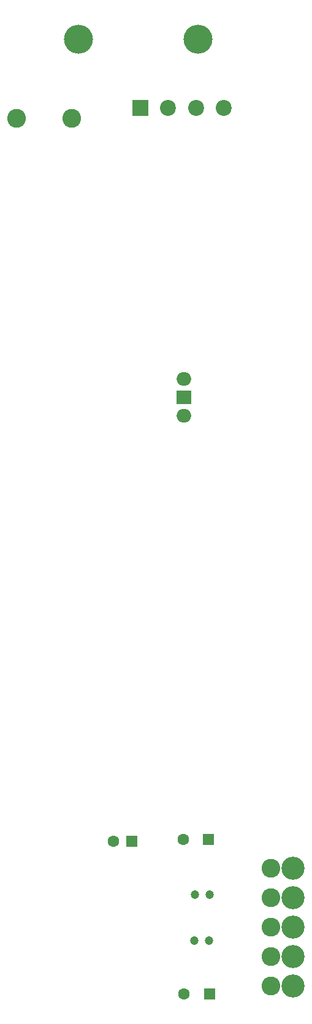
<source format=gbr>
%TF.GenerationSoftware,KiCad,Pcbnew,8.0.0*%
%TF.CreationDate,2025-04-28T00:15:23+02:00*%
%TF.ProjectId,LinearSaturn,4c696e65-6172-4536-9174-75726e2e6b69,rev?*%
%TF.SameCoordinates,Original*%
%TF.FileFunction,Soldermask,Bot*%
%TF.FilePolarity,Negative*%
%FSLAX46Y46*%
G04 Gerber Fmt 4.6, Leading zero omitted, Abs format (unit mm)*
G04 Created by KiCad (PCBNEW 8.0.0) date 2025-04-28 00:15:23*
%MOMM*%
%LPD*%
G01*
G04 APERTURE LIST*
%ADD10R,1.600000X1.600000*%
%ADD11C,1.600000*%
%ADD12C,3.200000*%
%ADD13O,2.000000X1.905000*%
%ADD14C,2.600000*%
%ADD15O,4.000000X4.000000*%
%ADD16R,2.000000X1.905000*%
%ADD17C,1.200000*%
%ADD18R,2.200000X2.200000*%
%ADD19C,2.200000*%
G04 APERTURE END LIST*
D10*
%TO.C,25v 220uF*%
X146050000Y-164338000D03*
D11*
X142550000Y-164338000D03*
%TD*%
D12*
%TO.C,*%
X157592000Y-163228000D03*
%TD*%
D13*
%TO.C,*%
X142564000Y-84540000D03*
%TD*%
D14*
%TO.C,*%
X154544000Y-146972000D03*
%TD*%
D15*
%TO.C,*%
X128000000Y-32500000D03*
%TD*%
D16*
%TO.C,*%
X142564000Y-82000000D03*
%TD*%
D15*
%TO.C,*%
X144500000Y-32500000D03*
%TD*%
D17*
%TO.C,50v 0.1uF*%
X144050000Y-150622000D03*
X146050000Y-150622000D03*
%TD*%
D12*
%TO.C,*%
X157592000Y-151036000D03*
%TD*%
D14*
%TO.C,*%
X154544000Y-159164000D03*
%TD*%
D11*
%TO.C,35v 100uF*%
X132810379Y-143256000D03*
D10*
X135310379Y-143256000D03*
%TD*%
D14*
%TO.C,*%
X154544000Y-151036000D03*
%TD*%
D12*
%TO.C,*%
X157592000Y-159164000D03*
%TD*%
D14*
%TO.C,*%
X154544000Y-163228000D03*
%TD*%
D11*
%TO.C,25v 220uF*%
X142424651Y-143002000D03*
D10*
X145924651Y-143002000D03*
%TD*%
D17*
%TO.C,50v 0.1uF*%
X144000000Y-156972000D03*
X146000000Y-156972000D03*
%TD*%
D14*
%TO.C,*%
X154544000Y-155100000D03*
%TD*%
%TO.C,*%
X119452000Y-43434000D03*
%TD*%
D13*
%TO.C,*%
X142564000Y-79460000D03*
%TD*%
D18*
%TO.C,REF\u002A\u002A*%
X136500000Y-42000000D03*
D19*
X140350000Y-42000000D03*
X144200000Y-42000000D03*
X148050000Y-42000000D03*
%TD*%
D12*
%TO.C,*%
X157592000Y-155100000D03*
%TD*%
D14*
%TO.C,*%
X127030000Y-43410000D03*
%TD*%
D12*
%TO.C,*%
X157592000Y-146972000D03*
%TD*%
M02*

</source>
